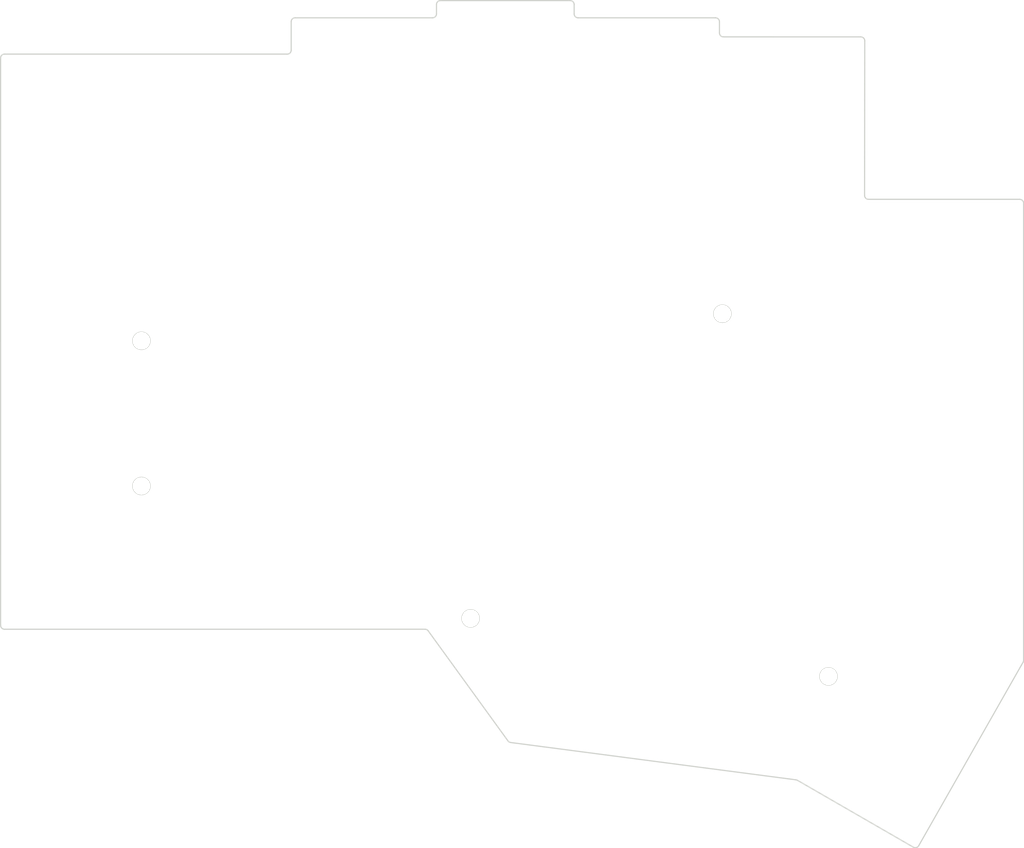
<source format=kicad_pcb>
(kicad_pcb (version 20240108) (generator "ergogen") (generator_version "4.1.0")
  (title_block (title "backplate") (date "2025-03-01") (rev "0.2") (company "ceoloide"))
  (layers (0 "F.Cu" signal) (31 "B.Cu" signal) (34 "B.Paste" user) (35 "F.Paste" user) (36 "B.SilkS" user "B.Silkscreen") (37 "F.SilkS" user "F.Silkscreen") (38 "B.Mask" user) (39 "F.Mask" user) (44 "Edge.Cuts" user))
  (net 0 "")
  (footprint "ceoloide:mounting_hole_npth" (layer "F.Cu") (at 109.25 72.25 0)
    (property "Reference" "MH1" hide)
    (pad "" np_thru_hole circle (at 0 0 0) (size 2.2 2.2) (drill 2.2) (layers "*.Cu" "*.Mask"))
  )
  (footprint "ceoloide:mounting_hole_npth" (layer "F.Cu") (at 109.25 90.75 0)
    (property "Reference" "MH2" hide)
    (pad "" np_thru_hole circle (at 0 0 0) (size 2.2 2.2) (drill 2.2) (layers "*.Cu" "*.Mask"))
  )
  (footprint "ceoloide:mounting_hole_npth" (layer "F.Cu") (at 183.218 68.7985 0)
    (property "Reference" "MH3" hide)
    (pad "" np_thru_hole circle (at 0 0 0) (size 2.2 2.2) (drill 2.2) (layers "*.Cu" "*.Mask"))
  )
  (footprint "ceoloide:mounting_hole_npth" (layer "F.Cu") (at 151.157 107.615 0)
    (property "Reference" "MH4" hide)
    (pad "" np_thru_hole circle (at 0 0 0) (size 2.2 2.2) (drill 2.2) (layers "*.Cu" "*.Mask"))
  )
  (footprint "ceoloide:mounting_hole_npth" (layer "F.Cu") (at 196.7245951 115.0067481 60)
    (property "Reference" "MH5" hide)
    (pad "" np_thru_hole circle (at 0 0 60) (size 2.2 2.2) (drill 2.2) (layers "*.Cu" "*.Mask"))
  )
  (gr_line (start 91.31698635159343 108.49749062536284) (end 91.3150136481544 36.22750013694167) (layer Edge.Cuts) (stroke (width 0.15)))
  (gr_line (start 91.81500014815305 35.727486486482476) (end 127.8150135 35.72651351314865) (layer Edge.Cuts) (stroke (width 0.15)))
  (gr_line (start 128.315 35.22651351314865) (end 128.315 31.6025) (layer Edge.Cuts) (stroke (width 0.15)))
  (gr_line (start 128.815 31.1025) (end 146.315 31.1025) (layer Edge.Cuts) (stroke (width 0.15)))
  (gr_line (start 146.815 30.6025) (end 146.815 29.4095) (layer Edge.Cuts) (stroke (width 0.15)))
  (gr_line (start 147.315 28.9095) (end 163.843 28.9095) (layer Edge.Cuts) (stroke (width 0.15)))
  (gr_line (start 164.343 29.4095) (end 164.343 30.6025) (layer Edge.Cuts) (stroke (width 0.15)))
  (gr_line (start 164.843 31.1025) (end 182.343 31.1025) (layer Edge.Cuts) (stroke (width 0.15)))
  (gr_line (start 182.843 31.6025) (end 182.843 33.03304053725676) (layer Edge.Cuts) (stroke (width 0.15)))
  (gr_line (start 183.34295944999997 33.53304053725271) (end 200.84243620018879 33.53445941374596) (layer Edge.Cuts) (stroke (width 0.15)))
  (gr_line (start 201.34239525024924 34.03506346369977) (end 201.31860479878452 53.72689595009433) (layer Edge.Cuts) (stroke (width 0.15)))
  (gr_line (start 221.25300000000001 113.634096) (end 208.21272077232524 136.5779134988179) (layer Edge.Cuts) (stroke (width 0.15)))
  (gr_line (start 207.52802516305385 136.76386391513054) (end 192.7774819394654 128.24763380959206) (layer Edge.Cuts) (stroke (width 0.15)))
  (gr_line (start 192.59238928387214 128.18487740231367) (end 156.25858872028917 123.42796357991985) (layer Edge.Cuts) (stroke (width 0.15)))
  (gr_line (start 155.91860908845237 123.2255654054282) (end 145.75722672948737 109.20164081803745) (layer Edge.Cuts) (stroke (width 0.15)))
  (gr_line (start 145.35231675324377 108.99501175082412) (end 91.81700935159206 108.99747697528336) (layer Edge.Cuts) (stroke (width 0.15)))
  (gr_line (start 201.81860439884503 54.2275) (end 221.068 54.2275) (layer Edge.Cuts) (stroke (width 0.15)))
  (gr_line (start 221.568 54.7275) (end 221.568 112.95452540612956) (layer Edge.Cuts) (stroke (width 0.15)))
  (gr_line (start 221.50101270000002 113.2045254061295) (end 221.25300000000001 113.634096) (layer Edge.Cuts) (stroke (width 0.15)))
  (gr_arc (start 91.81500014815305 35.727486486546695) (mid 91.46145064815305 35.8739426865467) (end 91.31501364815304 36.22750018654669) (layer Edge.Cuts) (stroke (width 0.15)))
  (gr_arc (start 127.81501349999999 35.72651351314865) (mid 128.1685582 35.58006211314866) (end 128.315 35.22651351314865) (layer Edge.Cuts) (stroke (width 0.15)))
  (gr_arc (start 128.815 31.1025) (mid 128.4614466 31.2489466) (end 128.315 31.6025) (layer Edge.Cuts) (stroke (width 0.15)))
  (gr_arc (start 146.315 31.1025) (mid 146.6685534 30.9560534) (end 146.815 30.6025) (layer Edge.Cuts) (stroke (width 0.15)))
  (gr_arc (start 147.315 28.9095) (mid 146.9614466 29.055946600000002) (end 146.815 29.4095) (layer Edge.Cuts) (stroke (width 0.15)))
  (gr_arc (start 164.343 29.4095) (mid 164.1965534 29.055946600000002) (end 163.843 28.9095) (layer Edge.Cuts) (stroke (width 0.15)))
  (gr_arc (start 164.343 30.6025) (mid 164.48944659999998 30.9560534) (end 164.843 31.1025) (layer Edge.Cuts) (stroke (width 0.15)))
  (gr_arc (start 182.843 31.6025) (mid 182.6965534 31.2489466) (end 182.343 31.1025) (layer Edge.Cuts) (stroke (width 0.15)))
  (gr_arc (start 182.843 33.03304053725676) (mid 182.98943229999998 33.38657963725676) (end 183.34295949999998 33.53304053725676) (layer Edge.Cuts) (stroke (width 0.15)))
  (gr_arc (start 201.3423952501888 34.0350635137419) (mid 201.19617685018878 33.681134013741904) (end 200.8424362501888 33.53445941374191) (layer Edge.Cuts) (stroke (width 0.15)))
  (gr_arc (start 201.31860479884503 53.726896000008146) (mid 201.46483759884504 54.08083980000815) (end 201.81860439884503 54.22750000000815) (layer Edge.Cuts) (stroke (width 0.15)))
  (gr_arc (start 221.568 54.7275) (mid 221.42155340000002 54.3739466) (end 221.068 54.2275) (layer Edge.Cuts) (stroke (width 0.15)))
  (gr_arc (start 221.50101270000002 113.20452540612956) (mid 221.5509629 113.08393490612956) (end 221.568 112.95452540612956) (layer Edge.Cuts) (stroke (width 0.15)))
  (gr_arc (start 207.52802516305388 136.76386391513057) (mid 207.9090690630539 136.81337321513055) (end 208.21272076305388 136.57791351513058) (layer Edge.Cuts) (stroke (width 0.15)))
  (gr_arc (start 192.77748193946536 128.24763380959206) (mid 192.68803173946537 128.20712380959208) (end 192.59238923946535 128.18487740959208) (layer Edge.Cuts) (stroke (width 0.15)))
  (gr_arc (start 155.91860906469594 123.2255654726414) (mid 156.06772676469595 123.36182467264142) (end 156.25858876469596 123.42796367264141) (layer Edge.Cuts) (stroke (width 0.15)))
  (gr_arc (start 145.75722675324377 109.20164075082414) (mid 145.57961185324376 109.04964965082414) (end 145.35231675324377 108.99501175082413) (layer Edge.Cuts) (stroke (width 0.15)))
  (gr_arc (start 91.31698635159206 108.49749067528336) (mid 91.46344595159206 108.85104337528337) (end 91.81700935159206 108.99747697528336) (layer Edge.Cuts) (stroke (width 0.15)))
  (gr_circle (center 109.25 72.25) (end 110.35 72.25) (layer Edge.Cuts) (stroke (width 0.15)) (fill none))
  (gr_circle (center 109.25 90.75) (end 110.35 90.75) (layer Edge.Cuts) (stroke (width 0.15)) (fill none))
  (gr_circle (center 183.218 68.7985) (end 184.31799999999998 68.7985) (layer Edge.Cuts) (stroke (width 0.15)) (fill none))
  (gr_circle (center 151.157 107.615) (end 152.257 107.615) (layer Edge.Cuts) (stroke (width 0.15)) (fill none))
  (gr_circle (center 196.7245951 115.0067481) (end 197.82459509999998 115.0067481) (layer Edge.Cuts) (stroke (width 0.15)) (fill none))
)
</source>
